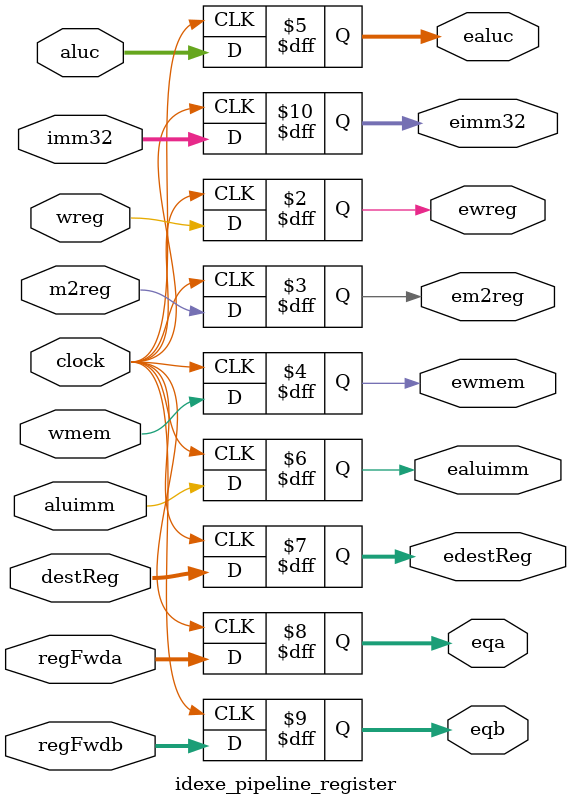
<source format=v>
`timescale 1ns / 1ps


module idexe_pipeline_register( 
    input wire wreg,
    input wire m2reg,
    input wire wmem,
    input wire [3:0] aluc,
    input wire aluimm,
    input wire [4:0] destReg,
    input wire [31:0] regFwda,
    input wire [31:0] regFwdb,
    input wire [31:0] imm32,
    input wire clock,
    output reg ewreg,
    output reg em2reg,
    output reg ewmem,
    output reg [3:0] ealuc,
    output reg ealuimm,
    output reg [4:0] edestReg,
    output reg [31:0] eqa, 
    output reg [31:0] eqb,
    output reg [31:0] eimm32
    ); 
    always @ (posedge clock) begin
        ewreg <= wreg;
        em2reg <= m2reg;
        ewmem <= wmem;
        ealuc <= aluc;
        ealuimm <= aluimm;
        edestReg <= destReg;
        eqa <= regFwda;
        eqb <= regFwdb;
        eimm32 <= imm32;
    end
endmodule

</source>
